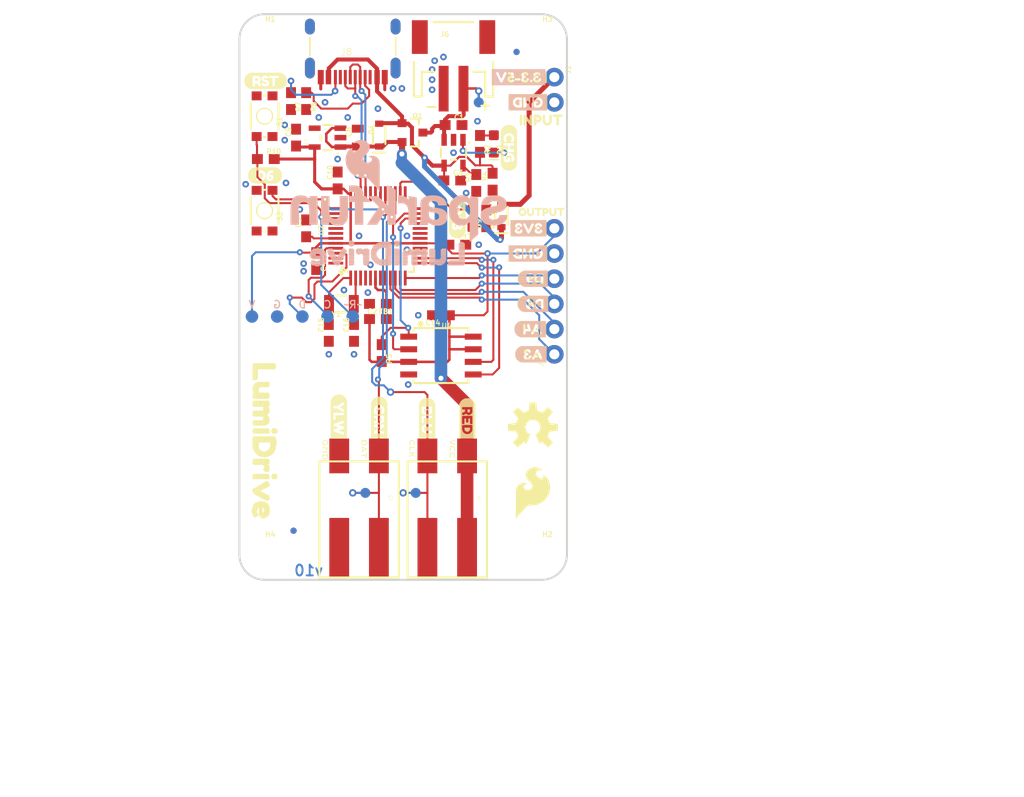
<source format=kicad_pcb>
(kicad_pcb (version 20211014) (generator pcbnew)
  (layers (0 "F.Cu" signal) (1 "In1.Cu" signal) (2 "In2.Cu" signal) (31 "B.Cu" signal) (34 "B.Paste" user) (35 "F.Paste" user) (36 "B.SilkS" user "B.Silkscreen") (37 "F.SilkS" user "F.Silkscreen") (38 "B.Mask" user) (39 "F.Mask" user) (44 "Edge.Cuts" user))
  (net 0 "")
  (net 1 "3.3V")
  (net 2 "GND")
  (net 3 "V_USB")
  (net 4 "VDDCORE")
  (net 5 "VDDANA")
  (net 6 "~{RESET}")
  (net 7 "USB_D+")
  (net 8 "USB_D-")
  (net 9 "D6_BTN")
  (net 10 "SWCLK")
  (net 11 "SWDIO")
  (net 12 "SPI_MISO")
  (net 13 "SPI_MOSI")
  (net 14 "SPI_SCK")
  (net 15 "D13_LED1")
  (net 16 "N$1")
  (net 17 "VIN")
  (net 18 "V_BATT")
  (net 19 "N$4")
  (net 20 "N$7")
  (net 21 "N$9")
  (net 22 "LED_MOSI")
  (net 23 "LED_SCK")
  (net 24 "5V")
  (net 25 "FLASH_CS")
  (net 26 "A3")
  (net 27 "A4")
  (net 28 "D8")
  (net 29 "D9")
  (net 30 "N$2")
  (net 31 "N$3")
  (net 32 "N$5")
  (net 33 "N$6")
  (net 34 "SHIELD")
  (footprint "boardEagle:0603" (layer "F.Cu") (at 139.7381 101.3841 -90)
    (fp_text reference "C4")
    (fp_text value "0.1uF")
  )
  (footprint "boardEagle:0603" (layer "F.Cu") (at 153.5811 87.6681)
    (fp_text reference "C1")
    (fp_text value "4.7uF")
  )
  (footprint "boardEagle:CREATIVE_COMMONS" (layer "F.Cu") (at 128.1811 152.5651)
    (fp_text reference "FRAME1" hide)
    (fp_text value "FRAME-LETTER" hide)
  )
  (footprint "boardEagle:STAND-OFF" (layer "F.Cu") (at 162.4711 130.9751)
    (fp_text reference "H2")
    (fp_text value "STAND-OFF")
  )
  (footprint "boardEagle:0805" (layer "F.Cu") (at 143.9291 88.9381 90)
    (fp_text reference "C8")
    (fp_text value "1.0uF")
  )
  (footprint "boardEagle:1X02_NO_SILK" (layer "F.Cu") (at 163.7411 82.8421 -90)
    (fp_text reference "J1")
    (fp_text value "")
  )
  (footprint "boardEagle:INPUT0" (layer "F.Cu") (at 159.2961 87.1601)
    (fp_text reference "U$9" hide)
    (fp_text value "" hide)
  )
  (footprint "boardEagle:BLU0" (layer "F.Cu") (at 150.9141 115.1001 -90)
    (fp_text reference "U$3" hide)
    (fp_text value "" hide)
  )
  (footprint "boardEagle:0603" (layer "F.Cu") (at 146.3421 110.6551 -90)
    (fp_text reference "R5")
    (fp_text value "10k")
  )
  (footprint "boardEagle:0603" (layer "F.Cu") (at 134.6581 91.0971)
    (fp_text reference "R10")
    (fp_text value "10k")
  )
  (footprint "boardEagle:0603" (layer "F.Cu") (at 157.5181 93.3831 90)
    (fp_text reference "R4")
    (fp_text value "10k")
  )
  (footprint "boardEagle:0603" (layer "F.Cu") (at 137.7061 88.9381 90)
    (fp_text reference "C9")
    (fp_text value "2.2uF")
  )
  (footprint "boardEagle:STAND-OFF" (layer "F.Cu") (at 134.5311 79.0321)
    (fp_text reference "H1")
    (fp_text value "STAND-OFF")
  )
  (footprint "boardEagle:D80" (layer "F.Cu") (at 159.9311 105.7021)
    (fp_text reference "U$22" hide)
    (fp_text value "" hide)
  )
  (footprint "boardEagle:SOT23-3" (layer "F.Cu") (at 149.3901 88.4301 -90)
    (fp_text reference "Q1")
    (fp_text value "2.5A/30V/105mΩ")
  )
  (footprint "boardEagle:0603" (layer "F.Cu") (at 137.1981 85.2551 -90)
    (fp_text reference "R7")
    (fp_text value "5.1k")
  )
  (footprint "boardEagle:SFE_LOGO_FLAME_.2" (layer "F.Cu") (at 161.5821 124.7521)
    (fp_text reference "U$28" hide)
    (fp_text value "" hide)
  )
  (footprint "boardEagle:STAND-OFF" (layer "F.Cu") (at 162.4711 79.0321)
    (fp_text reference "H3")
    (fp_text value "STAND-OFF")
  )
  (footprint "boardEagle:VCC3" (layer "F.Cu") (at 153.4541 118.9101 -90)
    (fp_text reference "U$16" hide)
    (fp_text value "" hide)
  )
  (footprint "boardEagle:OUTPUT0" (layer "F.Cu") (at 159.4231 96.4311)
    (fp_text reference "U$25" hide)
    (fp_text value "" hide)
  )
  (footprint "boardEagle:LED-0603" (layer "F.Cu") (at 155.4861 97.0661 -90)
    (fp_text reference "D9")
    (fp_text value "BLUE")
  )
  (footprint "boardEagle:SOT23-5" (layer "F.Cu") (at 140.8811 88.9381 90)
    (fp_text reference "U3")
    (fp_text value "3.3V")
  )
  (footprint "boardEagle:JST-2-SMD" (layer "F.Cu") (at 153.5811 80.3021)
    (fp_text reference "J6")
    (fp_text value "")
  )
  (footprint "boardEagle:0603" (layer "F.Cu") (at 141.0081 108.6231 90)
    (fp_text reference "C15")
    (fp_text value "15pF")
  )
  (footprint "boardEagle:0603" (layer "F.Cu") (at 155.8671 93.5101 90)
    (fp_text reference "R3")
    (fp_text value "2.0k")
  )
  (footprint "boardEagle:CLK1" (layer "F.Cu") (at 149.3901 118.9101 -90)
    (fp_text reference "U$13" hide)
    (fp_text value "" hide)
  )
  (footprint "boardEagle:LED-0603" (layer "F.Cu") (at 157.6451 89.5731 -90)
    (fp_text reference "D2")
    (fp_text value "Yellow")
  )
  (footprint "boardEagle:GND-04" (layer "F.Cu") (at 158.6611 100.6221)
    (fp_text reference "U$1" hide)
    (fp_text value "" hide)
  )
  (footprint "boardEagle:0603" (layer "F.Cu") (at 153.4541 93.2561)
    (fp_text reference "C3")
    (fp_text value "4.7uF")
  )
  (footprint "boardEagle:CHG0" (layer "F.Cu") (at 159.1691 87.5411 -90)
    (fp_text reference "U$17" hide)
    (fp_text value "" hide)
  )
  (footprint "boardEagle:LUMIDRIVE0" (layer "F.Cu") (at 134.5311 109.5121 -90)
    (fp_text reference "U$6" hide)
    (fp_text value "" hide)
  )
  (footprint "boardEagle:1X02_POKEHOME" (layer "F.Cu") (at 152.9461 126.2761 90)
    (fp_text reference "J4")
    (fp_text value "")
  )
  (footprint "boardEagle:GRN0" (layer "F.Cu") (at 146.0881 114.9731 -90)
    (fp_text reference "U$2" hide)
    (fp_text value "" hide)
  )
  (footprint "boardEagle:1X02_POKEHOME" (layer "F.Cu") (at 144.0561 126.2761 90)
    (fp_text reference "J3")
    (fp_text value "")
  )
  (footprint "boardEagle:0603" (layer "F.Cu") (at 156.2481 89.5731 -90)
    (fp_text reference "R2")
    (fp_text value "1k")
  )
  (footprint "boardEagle:0603" (layer "F.Cu") (at 145.9611 105.7021 180)
    (fp_text reference "C2")
    (fp_text value "0.1uF")
  )
  (footprint "boardEagle:SOD-323" (layer "F.Cu") (at 158.4071 96.8121 90)
    (fp_text reference "D3")
    (fp_text value "1A/23V/620mV")
  )
  (footprint "boardEagle:CRYSTAL-SMD-3.2X1.5MM" (layer "F.Cu") (at 142.2781 105.7021 180)
    (fp_text reference "Y1")
    (fp_text value "32.768kHz")
  )
  (footprint "boardEagle:3#3#5V0" (layer "F.Cu") (at 158.5341 82.8421)
    (fp_text reference "U$29" hide)
    (fp_text value "" hide)
  )
  (footprint "boardEagle:D60" (layer "F.Cu") (at 132.7531 92.7481)
    (fp_text reference "U$12" hide)
    (fp_text value "" hide)
  )
  (footprint "boardEagle:1X06_NO_SILK" (layer "F.Cu") (at 163.7411 110.7821 90)
    (fp_text reference "J5")
    (fp_text value "")
  )
  (footprint "boardEagle:0603" (layer "F.Cu") (at 152.3111 106.8451 180)
    (fp_text reference "C14")
    (fp_text value "0.1uF")
  )
  (footprint "boardEagle:RST0" (layer "F.Cu") (at 132.3721 83.2231)
    (fp_text reference "U$11" hide)
    (fp_text value "" hide)
  )
  (footprint "boardEagle:YLW0" (layer "F.Cu") (at 142.0241 114.7191 -90)
    (fp_text reference "U$4" hide)
    (fp_text value "" hide)
  )
  (footprint "boardEagle:DAT2" (layer "F.Cu") (at 144.5641 118.9101 -90)
    (fp_text reference "U$14" hide)
    (fp_text value "" hide)
  )
  (footprint "boardEagle:SOT23-5" (layer "F.Cu") (at 153.5811 90.4621 180)
    (fp_text reference "U1")
    (fp_text value "MCP73831")
  )
  (footprint "boardEagle:0603" (layer "F.Cu") (at 138.7221 85.2551 -90)
    (fp_text reference "R6")
    (fp_text value "5.1k")
  )
  (footprint "boardEagle:TACTILE_SWITCH_SMD_4.6X2.8MM" (layer "F.Cu") (at 134.5311 96.3041 -90)
    (fp_text reference "S2")
    (fp_text value "BTN2")
  )
  (footprint "boardEagle:TQFP-48" (layer "F.Cu") (at 145.9611 98.8441 90)
    (fp_text reference "U2")
    (fp_text value "ATSAMD21G-A")
  )
  (footprint "boardEagle:FIDUCIAL-MICRO" (layer "F.Cu") (at 137.4521 128.5621)
    (fp_text reference "FD2" hide)
    (fp_text value "FIDUCIALUFIDUCIAL" hide)
  )
  (footprint "boardEagle:0603" (layer "F.Cu") (at 153.9621 99.7331)
    (fp_text reference "C12")
    (fp_text value "0.1uF")
  )
  (footprint "boardEagle:0603" (layer "F.Cu") (at 145.9611 107.2261)
    (fp_text reference "FB1")
    (fp_text value "30Ω/1.8A" hide)
  )
  (footprint "boardEagle:0603" (layer "F.Cu") (at 138.7221 98.0821 90)
    (fp_text reference "C5")
    (fp_text value "0.1uF")
  )
  (footprint "boardEagle:TACTILE_SWITCH_SMD_4.6X2.8MM" (layer "F.Cu") (at 134.5311 86.7791 -90)
    (fp_text reference "S1")
    (fp_text value "RESET")
  )
  (footprint "boardEagle:SOIC-8" (layer "F.Cu") (at 152.3111 110.9091 -90)
    (fp_text reference "U4")
    (fp_text value "W25Q32FV")
  )
  (footprint "boardEagle:A40" (layer "F.Cu") (at 159.6771 108.2421)
    (fp_text reference "U$23" hide)
    (fp_text value "" hide)
  )
  (footprint "boardEagle:0603" (layer "F.Cu") (at 143.5481 108.6231 90)
    (fp_text reference "C16")
    (fp_text value "15pF")
  )
  (footprint "boardEagle:A30" (layer "F.Cu") (at 159.6771 110.7821)
    (fp_text reference "U$24" hide)
    (fp_text value "" hide)
  )
  (footprint "boardEagle:GND-04" (layer "F.Cu") (at 158.6611 85.3821)
    (fp_text reference "U$19" hide)
    (fp_text value "" hide)
  )
  (footprint "boardEagle:STAND-OFF" (layer "F.Cu") (at 134.5311 130.9751)
    (fp_text reference "H4")
    (fp_text value "STAND-OFF")
  )
  (footprint "boardEagle:USB-C-16P" (layer "F.Cu") (at 143.4211 82.8421 180)
    (fp_text reference "J8")
    (fp_text value "")
  )
  (footprint "boardEagle:D90" (layer "F.Cu") (at 159.9311 103.1621)
    (fp_text reference "U$21" hide)
    (fp_text value "" hide)
  )
  (footprint "boardEagle:GND0" (layer "F.Cu") (at 140.6271 118.9101 -90)
    (fp_text reference "U$15" hide)
    (fp_text value "" hide)
  )
  (footprint "boardEagle:FIDUCIAL-MICRO" (layer "F.Cu") (at 159.9311 80.3021)
    (fp_text reference "FD1" hide)
    (fp_text value "FIDUCIALUFIDUCIAL" hide)
  )
  (footprint "boardEagle:RED0" (layer "F.Cu") (at 154.9781 115.1001 -90)
    (fp_text reference "U$10" hide)
    (fp_text value "" hide)
  )
  (footprint "boardEagle:OSHW-LOGO-M" (layer "F.Cu") (at 161.5821 118.1481)
    (fp_text reference "LOGO1" hide)
    (fp_text value "OSHW-LOGOM" hide)
  )
  (footprint "boardEagle:SOD-323" (layer "F.Cu") (at 146.0881 88.6841 90)
    (fp_text reference "D1")
    (fp_text value "1A/23V/620mV")
  )
  (footprint "boardEagle:0603" (layer "F.Cu") (at 156.8831 97.0661 -90)
    (fp_text reference "R1")
    (fp_text value "1k")
  )
  (footprint "boardEagle:0603" (layer "F.Cu") (at 141.8971 93.2561 90)
    (fp_text reference "C10")
    (fp_text value "0.1uF")
  )
  (footprint "boardEagle:3V3-04" (layer "F.Cu") (at 158.7881 98.0821)
    (fp_text reference "U$20" hide)
    (fp_text value "" hide)
  )
  (footprint "boardEagle:D130" (layer "F.Cu") (at 153.9621 94.9071 -90)
    (fp_text reference "U$18" hide)
    (fp_text value "" hide)
  )
  (footprint "boardEagle:GND-04" (layer "B.Cu") (at 163.4871 85.3821 180)
    (fp_text reference "U$26" hide)
    (fp_text value "" hide)
  )
  (footprint "boardEagle:PAD.03X.05" (layer "B.Cu") (at 133.2611 106.9721 180)
    (fp_text reference "TP4" hide)
    (fp_text value "TP-3.3V" hide)
  )
  (footprint "boardEagle:FIDUCIAL-MICRO" (layer "B.Cu") (at 137.4521 128.5621 180)
    (fp_text reference "FD4" hide)
    (fp_text value "FIDUCIALUFIDUCIAL" hide)
  )
  (footprint "boardEagle:PAD.03X.05" (layer "B.Cu") (at 140.8811 106.9721 180)
    (fp_text reference "TP2" hide)
    (fp_text value "TP-SWCLK" hide)
  )
  (footprint "boardEagle:PAD.03X.04" (layer "B.Cu") (at 149.7711 124.7521 180)
    (fp_text reference "TP8" hide)
    (fp_text value "TEST-POINT3X4" hide)
  )
  (footprint "boardEagle:D80" (layer "B.Cu") (at 163.6141 105.7021 180)
    (fp_text reference "U$39" hide)
    (fp_text value "" hide)
  )
  (footprint "boardEagle:FIDUCIAL-MICRO" (layer "B.Cu") (at 159.9311 80.3021 180)
    (fp_text reference "FD3" hide)
    (fp_text value "FIDUCIALUFIDUCIAL" hide)
  )
  (footprint "boardEagle:GND-04" (layer "B.Cu") (at 163.4871 100.6221 180)
    (fp_text reference "U$5" hide)
    (fp_text value "" hide)
  )
  (footprint "boardEagle:PAD.03X.05" (layer "B.Cu") (at 135.8011 106.9721 180)
    (fp_text reference "TP5" hide)
    (fp_text value "TP-GND" hide)
  )
  (footprint "boardEagle:A40" (layer "B.Cu") (at 163.3601 108.2421 180)
    (fp_text reference "U$38" hide)
    (fp_text value "" hide)
  )
  (footprint "boardEagle:SFE_LOGO_NAME_FLAME_.2" (layer "B.Cu") (at 147.9931 96.5581 180)
    (fp_text reference "LOGO3" hide)
    (fp_text value "SFE_LOGO_NAME_FLAME.2_INCH" hide)
  )
  (footprint "boardEagle:PAD.03X.04" (layer "B.Cu") (at 156.1211 85.3821 180)
    (fp_text reference "TP6" hide)
    (fp_text value "TEST-POINT3X4" hide)
  )
  (footprint "boardEagle:PAD.03X.04" (layer "B.Cu") (at 144.6911 124.7521 180)
    (fp_text reference "TP7" hide)
    (fp_text value "TEST-POINT3X4" hide)
  )
  (footprint "boardEagle:3V3-04" (layer "B.Cu") (at 163.4871 98.0821 180)
    (fp_text reference "U$27" hide)
    (fp_text value "" hide)
  )
  (footprint "boardEagle:PAD.03X.05" (layer "B.Cu") (at 138.3411 106.9721 180)
    (fp_text reference "TP1" hide)
    (fp_text value "TP-SWDIO" hide)
  )
  (footprint "boardEagle:3#3#5V0" (layer "B.Cu") (at 163.3601 82.8421 180)
    (fp_text reference "U$8" hide)
    (fp_text value "" hide)
  )
  (footprint "boardEagle:A30" (layer "B.Cu") (at 163.4871 110.7821 180)
    (fp_text reference "U$37" hide)
    (fp_text value "" hide)
  )
  (footprint "boardEagle:LUMIDRIVE0" (layer "B.Cu") (at 156.8831 100.6221 180)
    (fp_text reference "U$41" hide)
    (fp_text value "" hide)
  )
  (footprint "boardEagle:PAD.03X.05" (layer "B.Cu") (at 143.4211 106.9721 180)
    (fp_text reference "TP3" hide)
    (fp_text value "TP-!RESET!" hide)
  )
  (footprint "boardEagle:D90" (layer "B.Cu") (at 163.6141 103.1621 180)
    (fp_text reference "U$40" hide)
    (fp_text value "" hide)
  )
  (gr_arc (start 162.4711 76.4921) (mid 164.267151 77.236049) (end 165.0111 79.0321) (layer "Edge.Cuts") (width 0.2032))
  (gr_arc (start 131.9911 79.0321) (mid 132.735049 77.236049) (end 134.5311 76.4921) (layer "Edge.Cuts") (width 0.2032))
  (gr_line (start 162.4711 133.5151) (end 134.5311 133.5151) (layer "Edge.Cuts") (width 0.2032))
  (gr_line (start 165.0111 79.0321) (end 165.0111 130.9751) (layer "Edge.Cuts") (width 0.2032))
  (gr_arc (start 134.5311 133.5151) (mid 132.735049 132.771151) (end 131.9911 130.9751) (layer "Edge.Cuts") (width 0.2032))
  (gr_line (start 131.9911 130.9751) (end 131.9911 79.0321) (layer "Edge.Cuts") (width 0.2032))
  (gr_line (start 134.5311 76.4921) (end 162.4711 76.4921) (layer "Edge.Cuts") (width 0.2032))
  (gr_arc (start 165.0111 130.9751) (mid 164.267151 132.771151) (end 162.4711 133.5151) (layer "Edge.Cuts") (width 0.2032))
  (gr_text "v10" (at 138.9761 133.2103) (layer "B.Cu") (effects (font (size 1.0795 1.0795) (thickness 0.1905)) (justify bottom mirror)))
  (gr_text "D" (at 138.3411 106.2101) (layer "B.SilkS") (effects (font (size 0.75565 0.75565) (thickness 0.13335)) (justify bottom mirror)))
  (gr_text "G" (at 135.8011 106.2101) (layer "B.SilkS") (effects (font (size 0.75565 0.75565) (thickness 0.13335)) (justify bottom mirror)))
  (gr_text "C" (at 140.8811 106.2101) (layer "B.SilkS") (effects (font (size 0.75565 0.75565) (thickness 0.13335)) (justify bottom mirror)))
  (gr_text "V" (at 133.2611 106.2101) (layer "B.SilkS") (effects (font (size 0.75565 0.75565) (thickness 0.13335)) (justify bottom mirror)))
  (gr_text "~R~" (at 143.4211 106.2101) (layer "B.SilkS") (effects (font (size 0.75565 0.75565) (thickness 0.13335)) (justify bottom mirror)))
  (gr_text "-" (at 150.5331 86.3981) (layer "F.SilkS") (effects (font (size 1.0795 1.0795) (thickness 0.1905)) (justify left bottom)))
  (gr_text "+" (at 155.9941 86.2711) (layer "F.SilkS") (effects (font (size 1.0795 1.0795) (thickness 0.1905)) (justify left bottom)))
  (segment (start 142.9811 94.5941) (end 142.4931 94.1061) (width 0.254) (layer "F.Cu") (net 1))
  (segment (start 140.285103 94.1061) (end 141.8971 94.1061) (width 0.3048) (layer "F.Cu") (net 1))
  (segment (start 153.1611 109.0041) (end 153.1611 110.2741) (width 0.254) (layer "F.Cu") (net 1))
  (segment (start 139.7381 100.5341) (end 138.126103 100.5341) (width 0.2032) (layer "F.Cu") (net 1))
  (segment (start 139.738103 99.987097) (end 140.1311 99.5941) (width 0.254) (layer "F.Cu") (net 1))
  (segment (start 140.1311 99.5941) (end 141.7111 99.5941) (width 0.254) (layer "F.Cu") (net 1))
  (segment (start 153.1611 106.8451) (end 156.6291 106.8451) (width 0.2032) (layer "F.Cu") (net 1))
  (segment (start 153.1611 106.8451) (end 153.1611 109.0041) (width 0.254) (layer "F.Cu") (net 1))
  (segment (start 139.581 93.402) (end 140.2851 94.1061) (width 0.3048) (layer "F.Cu") (net 1))
  (segment (start 143.2111 94.5941) (end 142.9811 94.5941) (width 0.254) (layer "F.Cu") (net 1))
  (segment (start 153.1121 99.7331) (end 153.1121 100.2801) (width 0.2032) (layer "F.Cu") (net 1))
  (segment (start 135.5081 91.0971) (end 139.581 91.0971) (width 0.3048) (layer "F.Cu") (net 1))
  (segment (start 139.581 93.402) (end 140.285103 94.1061) (width 0.3048) (layer "F.Cu") (net 1))
  (segment (start 157.0101 106.4641) (end 157.0101 100.6221) (width 0.2032) (layer "F.Cu") (net 1))
  (segment (start 139.581 89.8881) (end 138.1481 89.8881) (width 0.3048) (layer "F.Cu") (net 1))
  (segment (start 145.1111 111.3291) (end 145.1111 107.2261) (width 0.254) (layer "F.Cu") (net 1))
  (segment (start 143.2111 99.5501) (end 143.1671 99.5941) (width 0.2032) (layer "F.Cu") (net 1))
  (segment (start 152.9731 99.5941) (end 150.2111 99.5941) (width 0.2032) (layer "F.Cu") (net 1))
  (segment (start 149.0599 111.5441) (end 146.3031 111.5441) (width 0.254) (layer "F.Cu") (net 1))
  (segment (start 143.1671 99.5941) (end 150.2111 99.5941) (width 0.254) (layer "F.Cu") (net 1))
  (segment (start 139.7381 100.5341) (end 139.738103 99.987097) (width 0.254) (layer "F.Cu") (net 1))
  (segment (start 153.1611 111.3291) (end 152.9461 111.5441) (width 0.254) (layer "F.Cu") (net 1))
  (segment (start 153.4541 100.6221) (end 157.0101 100.6221) (width 0.2032) (layer "F.Cu") (net 1))
  (segment (start 139.581 91.0971) (end 139.581 93.402) (width 0.3048) (layer "F.Cu") (net 1))
  (segment (start 137.7061 89.7881) (end 137.8771 89.6171) (width 0.254) (layer "F.Cu") (net 1))
  (segment (start 153.1121 100.2801) (end 153.4541 100.6221) (width 0.2032) (layer "F.Cu") (net 1))
  (segment (start 153.1611 110.2741) (end 153.1611 111.3291) (width 0.254) (layer "F.Cu") (net 1))
  (segment (start 138.1481 89.8881) (end 137.8771 89.6171) (width 0.3048) (layer "F.Cu") (net 1))
  (segment (start 138.126103 100.5341) (end 138.0871 100.4951) (width 0.2032) (layer "F.Cu") (net 1))
  (segment (start 145.3261 111.5441) (end 145.1111 111.3291) (width 0.254) (layer "F.Cu") (net 1))
  (segment (start 140.2851 94.1061) (end 141.897096 94.1061) (width 0.3048) (layer "F.Cu") (net 1))
  (segment (start 141.7111 99.5941) (end 143.1671 99.5941) (width 0.254) (layer "F.Cu") (net 1))
  (segment (start 143.2111 94.5941) (end 143.2111 99.5501) (width 0.254) (layer "F.Cu") (net 1))
  (segment (start 145.3261 111.5441) (end 146.3031 111.5441) (width 0.254) (layer "F.Cu") (net 1))
  (segment (start 139.581 89.8881) (end 139.581 91.0971) (width 0.3048) (layer "F.Cu") (net 1))
  (segment (start 146.3031 111.5441) (end 146.3421 111.5051) (width 0.254) (layer "F.Cu") (net 1))
  (segment (start 152.9461 111.5441) (end 149.0599 111.5441) (width 0.254) (layer "F.Cu") (net 1))
  (segment (start 155.5623 109.0041) (end 153.1611 109.0041) (width 0.254) (layer "F.Cu") (net 1))
  (segment (start 156.6291 106.8451) (end 157.0101 106.4641) (width 0.2032) (layer "F.Cu") (net 1))
  (segment (start 153.1121 99.7331) (end 152.9731 99.5941) (width 0.2032) (layer "F.Cu") (net 1))
  (segment (start 155.5623 110.2741) (end 153.1611 110.2741) (width 0.254) (layer "F.Cu") (net 1))
  (segment (start 142.4931 94.1061) (end 141.8971 94.1061) (width 0.254) (layer "F.Cu") (net 1))
  (via (at 157.0101 100.6221) (size 0.6604) (drill 0.3048) (layers "F.Cu" "B.Cu") (net 1))
  (via (at 138.0871 100.4951) (size 0.6096) (drill 0.254) (layers "F.Cu" "B.Cu") (net 1))
  (segment (start 163.7411 98.0821) (end 163.7411 98.8441) (width 0.2032) (layer "B.Cu") (net 1))
  (segment (start 138.0871 100.4951) (end 133.6421 100.4951) (width 0.2032) (layer "B.Cu") (net 1))
  (segment (start 163.7411 98.8441) (end 161.9631 100.6221) (width 0.2032) (layer "B.Cu") (net 1))
  (segment (start 161.9631 100.6221) (end 157.0101 100.6221) (width 0.2032) (layer "B.Cu") (net 1))
  (segment (start 133.2611 100.8761) (end 133.2611 106.9721) (width 0.2032) (layer "B.Cu") (net 1))
  (segment (start 133.6421 100.4951) (end 133.2611 100.8761) (width 0.2032) (layer "B.Cu") (net 1))
  (segment (start 140.1961 82.8421) (end 140.1961 84.0351) (width 0.3048) (layer "F.Cu") (net 2))
  (segment (start 146.6461 82.8421) (end 146.6461 84.1121) (width 0.3048) (layer "F.Cu") (net 2))
  (via (at 138.0871 96.1771) (size 0.6604) (drill 0.3048) (layers "F.Cu" "B.Cu") (net 2))
  (via (at 149.0091 113.8301) (size 0.6604) (drill 0.3048) (layers "F.Cu" "B.Cu") (net 2))
  (via (at 145.9611 86.0171) (size 0.6604) (drill 0.3048) (layers "F.Cu" "B.Cu") (net 2))
  (via (at 151.4221 82.0801) (size 0.6604) (drill 0.3048) (layers "F.Cu" "B.Cu") (net 2))
  (via (at 139.9921 86.9061) (size 0.6604) (drill 0.3048) (layers "F.Cu" "B.Cu") (net 2))
  (via (at 148.8821 100.2411) (size 0.6604) (drill 0.3048) (layers "F.Cu" "B.Cu") (net 2))
  (via (at 151.4221 83.0961) (size 0.6604) (drill 0.3048) (layers "F.Cu" "B.Cu") (net 2))
  (via (at 141.0081 110.7821) (size 0.6604) (drill 0.3048) (layers "F.Cu" "B.Cu") (net 2))
  (via (at 142.5321 104.3051) (size 0.6604) (drill 0.3048) (layers "F.Cu" "B.Cu") (net 2))
  (via (at 150.0251 106.8451) (size 0.6604) (drill 0.3048) (layers "F.Cu" "B.Cu") (net 2))
  (via (at 148.3741 83.9851) (size 0.6604) (drill 0.3048) (layers "F.Cu" "B.Cu") (net 2))
  (via (at 138.4681 102.4001) (size 0.6604) (drill 0.3048) (layers "F.Cu" "B.Cu") (net 2))
  (via (at 144.9451 104.5591) (size 0.6604) (drill 0.3048) (layers "F.Cu" "B.Cu") (net 2))
  (via (at 155.9941 87.2871) (size 0.6604) (drill 0.3048) (layers "F.Cu" "B.Cu") (net 2))
  (via (at 136.5631 87.6681) (size 0.6604) (drill 0.3048) (layers "F.Cu" "B.Cu") (net 2))
  (via (at 147.4851 83.9851) (size 0.6604) (drill 0.3048) (layers "F.Cu" "B.Cu") (net 2))
  (via (at 138.4681 101.6381) (size 0.6604) (drill 0.3048) (layers "F.Cu" "B.Cu") (net 2))
  (via (at 141.8971 91.0971) (size 0.6604) (drill 0.3048) (layers "F.Cu" "B.Cu") (net 2))
  (via (at 140.6271 85.3821) (size 0.6604) (drill 0.3048) (layers "F.Cu" "B.Cu") (net 2))
  (via (at 145.1991 101.7651) (size 0.6604) (drill 0.3048) (layers "F.Cu" "B.Cu") (net 2))
  (via (at 144.0561 98.8441) (size 0.6604) (drill 0.3048) (layers "F.Cu" "B.Cu") (net 2))
  (via (at 154.8511 94.5261) (size 0.6604) (drill 0.3048) (layers "F.Cu" "B.Cu") (net 2))
  (via (at 132.6261 93.6371) (size 0.6604) (drill 0.3048) (layers "F.Cu" "B.Cu") (net 2))
  (via (at 151.6761 81.1911) (size 0.6604) (drill 0.3048) (layers "F.Cu" "B.Cu") (net 2))
  (via (at 153.5811 90.4621) (size 0.6604) (drill 0.3048) (layers "F.Cu" "B.Cu") (net 2))
  (via (at 148.8821 98.8441) (size 0.6604) (drill 0.3048) (layers "F.Cu" "B.Cu") (net 2))
  (via (at 151.4221 84.1121) (size 0.6604) (drill 0.3048) (layers "F.Cu" "B.Cu") (net 2))
  (via (at 136.6901 93.5101) (size 0.6604) (drill 0.3048) (layers "F.Cu" "B.Cu") (net 2))
  (via (at 143.5481 110.7821) (size 0.6604) (drill 0.3048) (layers "F.Cu" "B.Cu") (net 2))
  (via (at 156.1211 99.7331) (size 0.6604) (drill 0.3048) (layers "F.Cu" "B.Cu") (net 2))
  (via (at 136.5631 89.1921) (size 0.6604) (drill 0.3048) (layers "F.Cu" "B.Cu") (net 2))
  (via (at 152.5651 80.8101) (size 0.6604) (drill 0.3048) (layers "F.Cu" "B.Cu") (net 2))
  (via (at 142.9131 86.9061) (size 0.6604) (drill 0.3048) (layers "F.Cu" "B.Cu") (net 2))
  (segment (start 144.9451 81.0641) (end 141.8971 81.0641) (width 0.4064) (layer "F.Cu") (net 3))
  (segment (start 150.6601 90.9701) (end 149.3901 89.7001) (width 0.4064) (layer "F.Cu") (net 3))
  (segment (start 151.4522 91.7622) (end 150.660103 90.970104) (width 0.4064) (layer "F.Cu") (net 3))
  (segment (start 152.6311 93.2291) (end 152.6041 93.2561) (width 0.2032) (layer "F.Cu") (net 3))
  (segment (start 145.8711 84.2761) (end 145.8711 82.8421) (width 0.4064) (layer "F.Cu") (net 3))
  (segment (start 152.6311 91.7622) (end 151.4522 91.7622) (width 0.4064) (layer "F.Cu") (net 3))
  (segment (start 152.6311 91.7622) (end 153.260968 91.7622) (width 0.2032) (layer "F.Cu") (net 3))
  (segment (start 154.921828 90.8828) (end 155.771131 91.7321) (width 0.2032) (layer "F.Cu") (net 3))
  (segment (start 157.5181 92.5331) (end 157.5181 91.8591) (width 0.2032) (layer "F.Cu") (net 3))
  (segment (start 149.3901 89.7001) (end 149.3901 87.9221) (width 0.4064) (layer "F.Cu") (net 3))
  (segment (start 153.260968 91.7622) (end 154.140368 90.8828) (width 0.2032) (layer "F.Cu") (net 3))
  (segment (start 149.0091 87.5411) (end 148.4511 87.5411) (width 0.4064) (layer "F.Cu") (net 3))
  (segment (start 154.140371 90.8828) (end 154.921831 90.8828) (width 0.2032) (layer "F.Cu") (net 3))
  (segment (start 156.2481 91.7321) (end 156.2481 90.4231) (width 0.2032) (layer "F.Cu") (net 3))
  (segment (start 149.3901 87.9221) (end 149.0091 87.5411) (width 0.4064) (layer "F.Cu") (net 3))
  (segment (start 152.6311 91.7622) (end 151.452196 91.762197) (width 0.4064) (layer "F.Cu") (net 3))
  (segment (start 154.921831 90.8828) (end 155.771131 91.7321) (width 0.2032) (layer "F.Cu") (net 3))
  (segment (start 154.140368 90.8828) (end 154.921828 90.8828) (width 0.2032) (layer "F.Cu") (net 3))
  (segment (start 157.3911 91.7321) (end 156.2481 91.7321) (width 0.2032) (layer "F.Cu") (net 3))
  (segment (start 141.0081 82.8051) (end 141.0081 81.9531) (width 0.4064) (layer "F.Cu") (net 3))
  (segment (start 155.771131 91.7321) (end 156.2481 91.7321) (width 0.2032) (layer "F.Cu") (net 3))
  (segment (start 153.260968 91.7622) (end 154.140371 90.8828) (width 0.2032) (layer "F.Cu") (net 3))
  (segment (start 141.0081 81.9531) (end 141.8971 81.0641) (width 0.4064) (layer "F.Cu") (net 3))
  (segment (start 145.8711 82.8421) (end 145.8711 81.9901) (width 0.4064) (layer "F.Cu") (net 3))
  (segment (start 158.4071 99.0981) (end 158.2801 99.2251) (width 0.508) (layer "F.Cu") (net 3))
  (segment (start 157.5181 91.8591) (end 157.3911 91.7321) (width 0.2032) (layer "F.Cu") (net 3))
  (segment (start 150.660103 90.970104) (end 149.3901 89.7001) (width 0.4064) (layer "F.Cu") (net 3))
  (segment (start 145.8711 81.9901) (end 144.9451 81.0641) (width 0.4064) (layer "F.Cu") (net 3))
  (segment (start 140.9711 82.8421) (end 141.0081 82.8051) (width 0.4064) (layer "F.Cu") (net 3))
  (segment (start 148.3901 86.7951) (end 145.8711 84.2761) (width 0.4064) (layer "F.Cu") (net 3))
  (segment (start 151.452196 91.762197) (end 150.6601 90.9701) (width 0.4064) (layer "F.Cu") (net 3))
  (segment (start 148.4511 87.5411) (end 148.3901 87.4801) (width 0.4064) (layer "F.Cu") (net 3))
  (segment (start 146.0881 87.5341) (end 146.1421 87.4801) (width 0.4064) (layer "F.Cu") (net 3))
  (segment (start 158.4071 97.9621) (end 158.4071 99.0981) (width 0.508) (layer "F.Cu") (net 3))
  (segment (start 146.1421 87.4801) (end 148.3901 87.4801) (width 0.4064) (layer "F.Cu") (net 3))
  (segment (start 152.6311 91.7622) (end 152.6311 93.2291) (width 0.2032) (layer "F.Cu") (net 3))
  (segment (start 148.3901 87.4801) (end 148.3901 86.7951) (width 0.4064) (layer "F.Cu") (net 3))
  (via (at 158.2801 99.2251) (size 0.6604) (drill 0.3048) (layers "F.Cu" "B.Cu") (net 3))
  (via (at 150.6601 90.9701) (size 0.6604) (drill 0.3048) (layers "F.Cu" "B.Cu") (net 3))
  (segment (start 158.0261 99.2251) (end 150.6601 91.8591) (width 0.508) (layer "B.Cu") (net 3))
  (segment (start 158.2801 99.2251) (end 158.0261 99.2251) (width 0.508) (layer "B.Cu") (net 3))
  (segment (start 150.6601 91.8591) (end 150.6601 90.9701) (width 0.508) (layer "B.Cu") (net 3))
  (segment (start 139.3181 98.9321) (end 139.3571 98.9711) (width 0.2032) (layer "F.Cu") (net 4))
  (segment (start 141.7111 99.0941) (end 139.4801 99.0941) (width 0.2032) (layer "F.Cu") (net 4))
  (segment (start 139.4801 99.0941) (end 139.3571 98.9711) (width 0.2032) (layer "F.Cu") (net 4))
  (segment (start 138.7221 98.9321) (end 139.3181 98.9321) (width 0.2032) (layer "F.Cu") (net 4))
  (segment (start 145.7111 104.0551) (end 145.7111 103.0941) (width 0.254) (layer "F.Cu") (net 5))
  (segment (start 146.5961 104.3051) (end 145.9611 104.3051) (width 0.254) (layer "F.Cu") (net 5))
  (segment (start 146.8111 105.7021) (end 146.8111 104.5201) (width 0.254) (layer "F.Cu") (net 5))
  (segment (start 145.9611 104.3051) (end 145.7111 104.0551) (width 0.254) (layer "F.Cu") (net 5))
  (segment (start 146.8111 104.5201) (end 146.5961 104.3051) (width 0.254) (layer "F.Cu") (net 5))
  (segment (start 146.8111 105.7021) (end 146.8111 107.2261) (width 0.254) (layer "F.Cu") (net 5))
  (segment (start 140.2461 96.9391) (end 140.2461 96.3041) (width 0.2032) (layer "F.Cu") (net 6))
  (segment (start 139.4841 95.5421) (end 135.0391 95.5421) (width 0.2032) (layer "F.Cu") (net 6))
  (segment (start 134.5517 95.0547) (end 134.5517 93.657704) (width 0.2032) (layer "F.Cu") (net 6))
  (segment (start 134.5517 93.657704) (end 133.8081 92.9141) (width 0.2032) (layer "F.Cu") (net 6))
  (segment (start 133.7691 89.7001) (end 133.7691 91.0581) (width 0.2032) (layer "F.Cu") (net 6))
  (segment (start 133.8081 92.9141) (end 133.8081 91.0971) (width 0.2032) (layer "F.Cu") (net 6))
  (segment (start 140.9011 97.5941) (end 140.2461 96.9391) (width 0.2032) (layer "F.Cu") (net 6))
  (segment (start 133.7311 89.6621) (end 133.7691 89.7001) (width 0.2032) (layer "F.Cu") (net 6))
  (segment (start 133.8081 91.0971) (end 133.7691 91.0581) (width 0.2032) (layer "F.Cu") (net 6))
  (segment (start 141.7111 97.5941) (end 140.9011 97.5941) (width 0.2032) (layer "F.Cu") (net 6))
  (segment (start 133.7311 88.8291) (end 133.7311 89.6621) (width 0.2032) (layer "F.Cu") (net 6))
  (segment (start 140.2461 96.3041) (end 139.4841 95.5421) (width 0.2032) (layer "F.Cu") (net 6))
  (segment (start 135.0391 95.5421) (end 134.5517 95.0547) (width 0.2032) (layer "F.Cu") (net 6))
  (via (at 140.2461 96.9391) (size 0.6096) (drill 0.254) (layers "F.Cu" "B.Cu") (net 6))
  (segment (start 140.2461 103.7971) (end 143.4211 106.9721) (width 0.2032) (layer "B.Cu") (net 6))
  (segment (start 140.2461 96.9391) (end 140.2461 103.7971) (width 0.2032) (layer "B.Cu") (net 6))
  (segment (start 144.2111 93.094291) (end 144.1069 92.990088) (width 0.2032) (layer "F.Cu") (net 7))
  (segment (start 144.2111 94.594097) (end 144.2111 93.094291) (width 0.2032) (layer "F.Cu") (net 7))
  (segment (start 144.1069 92.990088) (end 144.1069 92.9513) (width 0.2032) (layer "F.Cu") (net 7))
  (segment (start 143.6711 84.7431) (end 143.6751 84.7471) (width 0.2032) (layer "F.Cu") (net 7))
  (segment (start 144.1069 92.9513) (end 143.9037 92.7481) (width 0.2032) (layer "F.Cu") (net 7))
  (segment (start 142.9131 83.9851) (end 143.6711 83.9851) (width 0.2032) (layer "F.Cu") (net 7))
  (segment (start 142.6711 83.7431) (end 142.9131 83.9851) (width 0.2032) (layer "F.Cu") (net 7))
  (segment (start 143.6711 83.9851) (end 143.6711 84.7431) (width 0.2032) (layer "F.Cu") (net 7))
  (segment (start 142.6711 82.8421) (end 142.6711 83.7431) (width 0.2032) (layer "F.Cu") (net 7))
  (segment (start 143.6711 82.8421) (end 143.6711 83.9851) (width 0.2032) (layer "F.Cu") (net 7))
  (via (at 143.6751 84.7471) (size 0.6096) (drill 0.254) (layers "F.Cu" "B.Cu") (net 7))
  (via (at 143.9037 92.7481) (size 0.6096) (drill 0.254) (layers "F.Cu" "B.Cu") (net 7))
  (segment (start 144.3101 85.192288) (end 144.3101 92.302913) (width 0.2032) (layer "B.Cu") (net 7))
  (segment (start 143.6751 84.7471) (end 143.864912 84.7471) (width 0.2032) (layer "B.Cu") (net 7))
  (segment (start 144.1069 92.5449) (end 143.9037 92.7481) (width 0.2032) (layer "B.Cu") (net 7))
  (segment (start 144.1069 92.506113) (end 144.1069 92.5449) (width 0.2032) (layer "B.Cu") (net 7))
  (segment (start 144.3101 92.302913) (end 144.1069 92.506113) (width 0.2032) (layer "B.Cu") (net 7))
  (segment (start 144.3101 85.192288) (end 143.864912 84.7471) (width 0.2032) (layer "B.Cu") (net 7))
  (segment (start 144.1711 84.1001) (end 144.3101 84.2391) (width 0.2032) (layer "F.Cu") (net 8))
  (segment (start 143.1711 82.8421) (end 143.1711 81.8221) (width 0.2032) (layer "F.Cu") (net 8))
  (segment (start 144.1711 81.8141) (end 143.9291 81.5721) (width 0.2032) (layer "F.Cu") (net 8))
  (segment (start 144.1711 82.8421) (end 144.1711 84.1001) (width 0.2032) (layer "F.Cu") (net 8))
  (segment (start 144.7111 94.5941) (end 144.7111 92.7681) (width 0.2032) (layer "F.Cu") (net 8))
  (segment (start 143.9291 81.5721) (end 143.4211 81.5721) (width 0.2032) (layer "F.Cu") (net 8))
  (segment (start 144.1711 82.8421) (end 144.1711 81.8141) (width 0.2032) (layer "F.Cu") (net 8))
  (segment (start 143.1711 81.8221) (end 143.4211 81.5721) (width 0.2032) (layer "F.Cu") (net 8))
  (segment (start 144.7111 92.7681) (end 144.6911 92.7481) (width 0.2032) (layer "F.Cu") (net 8))
  (via (at 144.6911 92.7481) (size 0.6096) (drill 0.254) (layers "F.Cu" "B.Cu") (net 8))
  (via (at 144.3101 84.2391) (size 0.6096) (drill 0.254) (layers "F.Cu" "B.Cu") (net 8))
  (segment (start 144.3101 84.2391) (end 144.6911 84.6201) (width 0.2032) (layer "B.Cu") (net 8))
  (segment (start 144.6911 84.6201) (end 144.6911 92.7481) (width 0.2032) (layer "B.Cu") (net 8))
  (segment (start 146.7111 95.9351) (end 146.4691 96.1771) (width 0.2032) (layer "F.Cu") (net 9))
  (segment (start 135.3311 94.2541) (end 135.331103 94.818104) (width 0.2032) (layer "F.Cu") (net 9))
  (segment (start 135.6741 95.1611) (end 140.6271 95.1611) (width 0.2032) (layer "F.Cu") (net 9))
  (segment (start 146.7111 94.5941) (end 146.7111 95.9351) (width 0.2032) (layer "F.Cu") (net 9))
  (segment (start 135.331103 94.818104) (end 135.6741 95.1611) (width 0.2032) (layer "F.Cu") (net 9))
  (via (at 140.6271 95.1611) (size 0.6096) (drill 0.254) (layers "F.Cu" "B.Cu") (net 9))
  (via (at 146.4691 96.1771) (size 0.6096) (drill 0.254) (layers "F.Cu" "B.Cu") (net 9))
  (segment (start 140.6271 95.5421) (end 140.6271 95.1611) (width 0.2032) (layer "B.Cu") (net 9))
  (segment (start 146.4691 96.1771) (end 141.2621 96.1771) (width 0.2032) (layer "B.Cu") (net 9))
  (segment (start 141.2621 96.1771) (end 140.6271 95.5421) (width 0.2032) (layer "B.Cu") (net 9))
  (segment (start 141.7111 100.0941) (end 140.7741 100.0941) (width 0.2032) (layer "F.Cu") (net 10))
  (segment (start 140.353831 103.0635) (end 139.2017 103.0635) (width 0.2032) (layer "F.Cu") (net 10))
  (segment (start 140.7741 100.0941) (end 140.6271 100.2411) (width 0.2032) (layer "F.Cu") (net 10))
  (segment (start 140.6271 100.2411) (end 140.6271 102.790232) (width 0.2032) (layer "F.Cu") (net 10))
  (segment (start 138.9761 103.2891) (end 138.9761 104.9401) (width 0.2032) (layer "F.Cu") (net 10))
  (segment (start 139.2017 103.0635) (end 138.9761 103.2891) (width 0.2032) (layer "F.Cu") (net 10))
  (segment (start 140.6271 102.790232) (end 140.353831 103.0635) (width 0.2032) (layer "F.Cu") (net 10))
  (via (at 138.9761 104.9401) (size 0.6096) (drill 0.254) (layers "F.Cu" "B.Cu") (net 10))
  (segment (start 138.9761 104.9401) (end 140.8811 106.8451) (width 0.2032) (layer "B.Cu") (net 10))
  (segment (start 140.8811 106.8451) (end 140.8811 106.9721) (width 0.2032) (layer "B.Cu") (net 10))
  (segment (start 138.276912 105.0671) (end 137.0711 105.0671) (width 0.2032) (layer "F.Cu") (net 11))
  (segment (start 139.218087 105.5243) (end 138.734112 105.5243) (width 0.2032) (layer "F.Cu") (net 11))
  (segment (start 142.7861 102.0191) (end 141.3607 103.4445) (width 0.2032) (layer "F.Cu") (net 11))
  (segment (start 139.5603 103.7493) (end 139.5603 105.182088) (width 0.2032) (layer "F.Cu") (net 11))
  (segment (start 142.7861 100.7491) (end 142.7861 102.0191) (width 0.2032) (layer "F.Cu") (net 11))
  (segment (start 139.5603 105.182088) (end 139.218087 105.5243) (width 0.2032) (layer "F.Cu") (net 11))
  (segment (start 138.734112 105.5243) (end 138.276912 105.0671) (width 0.2032) (layer "F.Cu") (net 11))
  (segment (start 142.6311 100.5941) (end 142.7861 100.7491) (width 0.2032) (layer "F.Cu") (net 11))
  (segment (start 139.8651 103.4445) (end 139.5603 103.7493) (width 0.2032) (layer "F.Cu") (net 11))
  (segment (start 141.3607 103.4445) (end 139.8651 103.4445) (width 0.2032) (layer "F.Cu") (net 11))
  (segment (start 141.7111 100.5941) (end 142.6311 100.5941) (width 0.2032) (layer "F.Cu") (net 11))
  (via (at 137.0711 105.0671) (size 0.6096) (drill 0.254) (layers "F.Cu" "B.Cu") (net 11))
  (segment (start 138.3411 106.9721) (end 137.0711 105.7021) (width 0.2032) (layer "B.Cu") (net 11))
  (segment (start 137.0711 105.7021) (end 137.0711 105.0671) (width 0.2032) (layer "B.Cu") (net 11))
  (segment (start 147.4851 110.1471) (end 147.4851 108.7127) (width 0.2032) (layer "F.Cu") (net 12))
  (segment (start 147.6121 110.2741) (end 147.4851 110.1471) (width 0.2032) (layer "F.Cu") (net 12))
  (segment (start 147.4851 97.7411) (end 147.4851 98.9845) (width 0.2032) (layer "F.Cu") (net 12))
  (segment (start 150.2111 96.5941) (end 148.6321 96.5941) (width 0.2032) (layer "F.Cu") (net 12))
  (segment (start 149.0599 110.2741) (end 147.6121 110.2741) (width 0.2032) (layer "F.Cu") (net 12))
  (segment (start 148.6321 96.5941) (end 147.4851 97.7411) (width 0.2032) (layer "F.Cu") (net 12))
  (via (at 147.4851 108.7127) (size 0.6096) (drill 0.254) (layers "F.Cu" "B.Cu") (net 12))
  (via (at 147.4851 98.9845) (size 0.6096) (drill 0.254) (layers "F.Cu" "B.Cu") (net 12))
  (segment (start 147.4851 108.7127) (end 147.4851 98.9845) (width 0.2032) (layer "B.Cu") (net 12))
  (segment (start 158.1785 102.0191) (end 158.1785 112.1537) (width 0.2032) (layer "F.Cu") (net 13))
  (segment (start 157.5181 112.8141) (end 155.5623 112.8141) (width 0.2032) (layer "F.Cu") (net 13))
  (segment (start 150.2111 101.5941) (end 155.936712 101.5941) (width 0.2032) (layer "F.Cu") (net 13))
  (segment (start 158.1785 112.1537) (end 157.5181 112.8141) (width 0.2032) (layer "F.Cu") (net 13))
  (segment (start 156.183912 101.8413) (end 156.2227 101.8413) (width 0.2032) (layer "F.Cu") (net 13))
  (segment (start 155.936712 101.5941) (end 156.183912 101.8413) (width 0.2032) (layer "F.Cu") (net 13))
  (segment (start 156.2227 101.8413) (end 156.4259 102.0445) (width 0.2032) (layer "F.Cu") (net 13))
  (via (at 158.1785 102.0191) (size 0.6096) (drill 0.254) (layers "F.Cu" "B.Cu") (net 13))
  (via (at 156.4259 102.0445) (size 0.6096) (drill 0.254) (layers "F.Cu" "B.Cu") (net 13))
  (segment (start 156.4259 102.0445) (end 158.1531 102.0445) (width 0.2032) (layer "B.Cu") (net 13))
  (segment (start 158.1531 102.0445) (end 158.1785 102.0191) (width 0.2032) (layer "B.Cu") (net 13))
  (segment (start 157.3911 111.5441) (end 155.5623 111.5441) (width 0.2032) (layer "F.Cu") (net 14))
  (segment (start 156.2629 101.0941) (end 156.4259 101.2571) (width 0.2032) (layer "F.Cu") (net 14))
  (segment (start 150.211103 101.0941) (end 156.2629 101.0941) (width 0.2032) (layer "F.Cu") (net 14))
  (segment (start 157.5943 101.2571) (end 157.5943 111.3409) (width 0.2032) (layer "F.Cu") (net 14))
  (segment (start 157.5943 111.3409) (end 157.3911 111.5441) (width 0.2032) (layer "F.Cu") (net 14))
  (via (at 156.4259 101.2571) (size 0.6096) (drill 0.254) (layers "F.Cu" "B.Cu") (net 14))
  (via (at 157.5943 101.2571) (size 0.6096) (drill 0.254) (layers "F.Cu" "B.Cu") (net 14))
  (segment (start 156.4259 101.2571) (end 157.5943 101.2571) (width 0.2032) (layer "B.Cu") (net 14))
  (segment (start 148.2111 94.5941) (end 148.2111 93.5461) (width 0.2032) (layer "F.Cu") (net 15))
  (segment (start 153.4661 96.1891) (end 155.4861 96.1891) (width 0.2032) (layer "F.Cu") (net 15))
  (segment (start 150.6601 93.3831) (end 153.4661 96.1891) (width 0.2032) (layer "F.Cu") (net 15))
  (segment (start 148.2111 93.5461) (end 148.3741 93.3831) (width 0.2032) (layer "F.Cu") (net 15))
  (segment (start 148.3741 93.3831) (end 150.6601 93.3831) (width 0.2032) (layer "F.Cu") (net 15))
  (segment (start 156.8561 97.9431) (end 155.4861 97.9431) (width 0.2032) (layer "F.Cu") (net 16))
  (segment (start 156.8831 97.9161) (end 156.8561 97.9431) (width 0.2032) (layer "F.Cu") (net 16))
  (segment (start 154.8511 129.8321) (end 154.8511 130.1811) (width 1.27) (layer "F.Cu") (net 17))
  (segment (start 143.9291 89.8381) (end 142.2312 89.8381) (width 0.4064) (layer "F.Cu") (net 17))
  (segment (start 142.1812 87.9881) (end 141.3231 87.9881) (width 0.254) (layer "F.Cu") (net 17))
  (segment (start 148.3741 90.5891) (end 148.3901 90.5731) (width 0.6096) (layer "F.Cu") (net 17))
  (segment (start 146.0881 89.8341) (end 146.4621 89.8341) (width 0.4064) (layer "F.Cu") (net 17))
  (segment (start 154.8511 130.1811) (end 154.9461 130.2761) (width 1.27) (layer "F.Cu") (net 17))
  (segment (start 146.4621 89.8341) (end 146.9161 89.3801) (width 0.4064) (layer "F.Cu") (net 17))
  (segment (start 141.3231 89.8881) (end 142.1812 89.8881) (width 0.254) (layer "F.Cu") (net 17))
  (segment (start 140.7541 88.5571) (end 140.7541 89.3191) (width 0.254) (layer "F.Cu") (net 17))
  (segment (start 148.3901 89.3801) (end 148.3901 90.5731) (width 0.6096) (layer "F.Cu") (net 17))
  (segment (start 146.0881 89.8341) (end 143.9331 89.8341) (width 0.4064) (layer "F.Cu") (net 17))
  (segment (start 141.3231 87.9881) (end 140.7541 88.5571) (width 0.254) (layer "F.Cu") (net 17))
  (segment (start 140.7541 89.3191) (end 141.3231 89.8881) (width 0.254) (layer "F.Cu") (net 17))
  (segment (start 154.9461 121.0261) (end 154.9461 115.8301) (width 1.27) (layer "F.Cu") (net 17))
  (segment (start 154.9461 129.7371) (end 154.8511 129.8321) (width 1.27) (layer "F.Cu") (net 17))
  (segment (start 143.9331 89.8341) (end 143.9291 89.8381) (width 0.4064) (layer "F.Cu") (net 17))
  (segment (start 154.9461 121.0261) (end 154.9461 129.7371) (width 1.27) (layer "F.Cu") (net 17))
  (segment (start 146.9161 89.3801) (end 148.3901 89.3801) (width 0.4064) (layer "F.Cu") (net 17))
  (segment (start 142.2312 89.8381) (end 142.1812 89.8881) (width 0.4064) (layer "F.Cu") (net 17))
  (segment (start 154.9461 115.8301) (end 152.3111 113.1951) (width 1.27) (layer "F.Cu") (net 17))
  (via (at 152.3111 113.1951) (size 0.8636) (drill 0.508) (layers "F.Cu" "B.Cu") (net 17))
  (via (at 148.3741 90.5891) (size 0.8636) (drill 0.508) (layers "F.Cu" "B.Cu") (net 17))
  (segment (start 148.3741 91.4781) (end 148.3741 90.5891) (width 1.016) (layer "B.Cu") (net 17))
  (segment (start 152.3111 113.1951) (end 152.3111 95.4151) (width 1.27) (layer "B.Cu") (net 17))
  (segment (start 152.3111 95.4151) (end 148.3741 91.4781) (width 1.27) (layer "B.Cu") (net 17))
  (segment (start 151.7031 87.7681) (end 152.6311 87.7681) (width 0.4064) (layer "F.Cu") (net 18))
  (segment (start 154.5971 84.018104) (end 154.5811 84.0021) (width 0.4064) (layer "F.Cu") (net 18))
  (segment (start 151.2951 88.4301) (end 151.4221 88.3031) (width 0.4064) (layer "F.Cu") (net 18))
  (segment (start 152.6311 87.7681) (end 152.7311 87.6681) (width 0.4064) (layer "F.Cu") (net 18))
  (segment (start 152.7311 87.1211) (end 153.0731 86.7791) (width 0.4064) (layer "F.Cu") (net 18))
  (segment (start 154.5981 83.9851) (end 154.5811 84.0021) (width 0.254) (layer "F.Cu") (net 18))
  (segment (start 153.0731 86.7791) (end 154.470096 86.7791) (width 0.4064) (layer "F.Cu") (net 18))
  (segment (start 154.5971 86.6521) (end 154.5971 84.018104) (width 0.4064) (layer "F.Cu") (net 18))
  (segment (start 150.4901 88.4301) (end 151.2951 88.4301) (width 0.4064) (layer "F.Cu") (net 18))
  (segment (start 151.4221 88.3031) (end 151.4221 88.0491) (width 0.4064) (layer "F.Cu") (net 18))
  (segment (start 151.4221 88.0491) (end 151.7031 87.7681) (width 0.4064) (layer "F.Cu") (net 18))
  (segment (start 156.1211 84.2391) (end 155.8671 83.9851) (width 0.254) (layer "F.Cu") (net 18))
  (segment (start 155.8671 83.9851) (end 154.5981 83.9851) (width 0.254) (layer "F.Cu") (net 18))
  (segment (start 154.470096 86.7791) (end 154.5971 86.6521) (width 0.4064) (layer "F.Cu") (net 18))
  (segment (start 152.7311 87.6681) (end 152.7311 87.1211) (width 0.4064) (layer "F.Cu") (net 18))
  (segment (start 152.6311 89.161997) (end 152.6311 87.768104) (width 0.4064) (layer "F.Cu") (net 18))
  (via (at 156.1211 84.2391) (size 0.7366) (drill 0.381) (layers "F.Cu" "B.Cu") (net 18))
  (segment (start 156.1211 84.2391) (end 156.1211 85.3821) (width 0.254) (layer "B.Cu") (net 18))
  (segment (start 157.6451 88.6961) (end 157.6181 88.7231) (width 0.2032) (layer "F.Cu") (net 19))
  (segment (start 156.2481 88.7231) (end 157.6181 88.7231) (width 0.2032) (layer "F.Cu") (net 19))
  (segment (start 157.6451 90.4501) (end 157.6571 90.4621) (width 0.2032) (layer "F.Cu") (net 20))
  (segment (start 154.5311 89.162) (end 154.5311 90.2691) (width 0.2032) (layer "F.Cu") (net 20))
  (segment (start 157.6571 90.4621) (end 158.6611 90.4621) (width 0.2032) (layer "F.Cu") (net 20))
  (via (at 154.5311 90.2691) (size 0.6604) (drill 0.3048) (layers "F.Cu" "B.Cu") (net 20))
  (via (at 158.6611 90.4621) (size 0.6604) (drill 0.3048) (layers "F.Cu" "B.Cu") (net 20))
  (segment (start 154.7241 90.4621) (end 154.5311 90.2691) (width 0.2032) (layer "B.Cu") (net 20))
  (segment (start 158.6611 90.4621) (end 154.7241 90.4621) (width 0.2032) (layer "B.Cu") (net 20))
  (segment (start 155.429 92.6601) (end 155.8671 92.6601) (width 0.2032) (layer "F.Cu") (net 21))
  (segment (start 154.5311 91.7622) (end 155.429 92.6601) (width 0.2032) (layer "F.Cu") (net 21))
  (segment (start 147.7111 94.5941) (end 147.7111 96.587475) (width 0.2032) (layer "F.Cu") (net 22))
  (segment (start 146.0561 121.0261) (end 146.0561 124.7521) (width 0.2032) (layer "F.Cu") (net 22))
  (segment (start 143.4211 124.7521) (end 146.0561 124.7521) (width 0.2032) (layer "F.Cu") (net 22))
  (segment (start 146.0561 130.2761) (end 145.9611 130.1811) (width 0.2032) (layer "F.Cu") (net 22))
  (segment (start 146.0561 124.7521) (end 146.0561 129.7371) (width 0.2032) (layer "F.Cu") (net 22))
  (segment (start 146.0561 113.4171) (end 145.9611 113.3221) (width 0.2032) (layer "F.Cu") (net 22))
  (segment (start 147.7111 96.587475) (end 147.358787 96.939788) (width 0.2032) (layer "F.Cu") (net 22))
  (segment (start 145.9611 130.1811) (end 145.9611 129.8321) (width 0.2032) (layer "F.Cu") (net 22))
  (segment (start 146.0561 121.0261) (end 146.0561 113.4171) (width 0.2032) (layer "F.Cu") (net 22))
  (segment (start 145.9611 129.8321) (end 146.0561 129.7371) (width 0.2032) (layer "F.Cu") (net 22))
  (via (at 145.9611 113.3221) (size 0.6096) (drill 0.254) (layers "F.Cu" "B.Cu") (net 22))
  (via (at 143.4211 124.7521) (size 0.7366) (drill 0.381) (layers "F.Cu" "B.Cu") (net 22))
  (via (at 147.358787 96.939788) (size 0.6096) (drill 0.254) (layers "F.Cu" "B.Cu") (net 22))
  (segment (start 146.0881 112.1791) (end 146.0881 113.1951) (width 0.2032) (layer "B.Cu") (net 22))
  (segment (start 144.6911 124.7521) (end 143.4211 124.7521) (width 0.2032) (layer "B.Cu") (net 22))
  (segment (start 146.8501 111.4171) (end 146.0881 112.1791) (width 0.2032) (layer "B.Cu") (net 22))
  (segment (start 146.0881 113.1951) (end 145.9611 113.3221) (width 0.2032) (layer "B.Cu") (net 22))
  (segment (start 146.8501 97.448475) (end 146.8501 111.4171) (width 0.2032) (layer "B.Cu") (net 22))
  (segment (start 147.358787 96.939788) (end 146.8501 97.448475) (width 0.2032) (layer "B.Cu") (net 22))
  (segment (start 147.2111 94.5941) (end 147.2111 96.261288) (width 0.2032) (layer "F.Cu") (net 23))
  (segment (start 147.2111 96.261288) (end 146.711087 96.7613) (width 0.2032) (layer "F.Cu") (net 23))
  (segment (start 150.9461 124.7521) (end 148.5011 124.7521) (width 0.2032) (layer "F.Cu") (net 23))
  (segment (start 150.6601 114.5921) (end 147.2311 114.5921) (width 0.2032) (layer "F.Cu") (net 23))
  (segment (start 150.9461 114.878104) (end 150.6601 114.5921) (width 0.2032) (layer "F.Cu") (net 23))
  (segment (start 150.9461 121.0261) (end 150.9461 124.7521) (width 0.2032) (layer "F.Cu") (net 23))
  (segment (start 146.711087 96.7613) (end 146.6723 96.7613) (width 0.2032) (layer "F.Cu") (net 23))
  (segment (start 150.9461 121.0261) (end 150.9461 114.878104) (width 0.2032) (layer "F.Cu") (net 23))
  (segment (start 150.9461 124.7521) (end 150.9461 130.2761) (width 0.2032) (layer "F.Cu") (net 23))
  (segment (start 146.6723 96.7613) (end 146.4691 96.9645) (width 0.2032) (layer "F.Cu") (net 23))
  (via (at 146.4691 96.9645) (size 0.6096) (drill 0.254) (layers "F.Cu" "B.Cu") (net 23))
  (via (at 148.5011 124.7521) (size 0.7366) (drill 0.381) (layers "F.Cu" "B.Cu") (net 23))
  (via (at 147.2311 114.5921) (size 0.7366) (drill 0.381) (layers "F.Cu" "B.Cu") (net 23))
  (segment (start 145.3769 113.564088) (end 145.719112 113.9063) (width 0.2032) (layer "B.Cu") (net 23))
  (segment (start 146.4691 96.9645) (end 146.4691 111.1631) (width 0.2032) (layer "B.Cu") (net 23))
  (segment (start 146.5453 113.9063) (end 147.2311 114.5921) (width 0.2032) (layer "B.Cu") (net 23))
  (segment (start 145.3769 112.2553) (end 145.3769 113.564088) (width 0.2032) (layer "B.Cu") (net 23))
  (segment (start 149.7711 124.7521) (end 148.5011 124.7521) (width 0.2032) (layer "B.Cu") (net 23))
  (segment (start 145.719112 113.9063) (end 146.5453 113.9063) (width 0.2032) (layer "B.Cu") (net 23))
  (segment (start 146.4691 111.1631) (end 145.3769 112.2553) (width 0.2032) (layer "B.Cu") (net 23))
  (segment (start 160.3121 95.6621) (end 161.2011 94.7731) (width 0.508) (layer "F.Cu") (net 24))
  (segment (start 158.4071 95.6621) (end 160.3121 95.6621) (width 0.508) (layer "F.Cu") (net 24))
  (segment (start 161.2011 94.7731) (end 161.2011 85.3821) (width 0.508) (layer "F.Cu") (net 24))
  (segment (start 161.2011 85.3821) (end 163.7411 82.8421) (width 0.508) (layer "F.Cu") (net 24))
  (segment (start 150.2111 97.0941) (end 148.7271 97.0941) (width 0.2032) (layer "F.Cu") (net 25))
  (segment (start 149.0091 108.1151) (end 149.0599 108.1659) (width 0.2032) (layer "F.Cu") (net 25))
  (segment (start 149.0599 108.1659) (end 149.0599 109.0041) (width 0.2032) (layer "F.Cu") (net 25))
  (segment (start 147.2311 108.1151) (end 149.0091 108.1151) (width 0.2032) (layer "F.Cu") (net 25))
  (segment (start 148.7271 97.0941) (end 148.2471 97.5741) (width 0.2032) (layer "F.Cu") (net 25))
  (segment (start 146.3421 109.004104) (end 147.2311 108.1151) (width 0.2032) (layer "F.Cu") (net 25))
  (segment (start 148.2471 97.5741) (end 148.2471 98.0821) (width 0.2032) (layer "F.Cu") (net 25))
  (segment (start 146.3421 109.805097) (end 146.3421 109.004104) (width 0.2032) (layer "F.Cu") (net 25))
  (via (at 149.0091 108.1151) (size 0.6096) (drill 0.254) (layers "F.Cu" "B.Cu") (net 25))
  (via (at 148.2471 98.0821) (size 0.6096) (drill 0.254) (layers "F.Cu" "B.Cu") (net 25))
  (segment (start 148.2471 98.0821) (end 148.2471 107.3531) (width 0.2032) (layer "B.Cu") (net 25))
  (segment (start 148.2471 107.3531) (end 149.0091 108.1151) (width 0.2032) (layer "B.Cu") (net 25))
  (segment (start 147.2111 103.0941) (end 147.2111 104.219738) (width 0.2032) (layer "F.Cu") (net 26))
  (segment (start 156.221325 105.0671) (end 148.058462 105.0671) (width 0.2032) (layer "F.Cu") (net 26))
  (segment (start 156.221325 105.0671) (end 156.4259 105.271675) (width 0.2032) (layer "F.Cu") (net 26))
  (segment (start 147.2111 104.219738) (end 148.058462 105.0671) (width 0.2032) (layer "F.Cu") (net 26))
  (via (at 156.4259 105.271675) (size 0.6096) (drill 0.254) (layers "F.Cu" "B.Cu") (net 26))
  (segment (start 162.2171 109.2581) (end 163.7411 110.7821) (width 0.2032) (layer "B.Cu") (net 26))
  (segment (start 156.4259 105.271675) (end 160.643675 105.271675) (width 0.2032) (layer "B.Cu") (net 26))
  (segment (start 162.2171 106.8451) (end 162.2171 109.2581) (width 0.2032) (layer "B.Cu") (net 26))
  (segment (start 160.643675 105.271675) (end 162.2171 106.8451) (width 0.2032) (layer "B.Cu") (net 26))
  (segment (start 147.7111 104.180919) (end 148.216281 104.6861) (width 0.2032) (layer "F.Cu") (net 27))
  (segment (start 148.216281 104.6861) (end 156.224075 104.6861) (width 0.2032) (layer "F.Cu") (net 27))
  (segment (start 147.7111 103.0941) (end 147.7111 104.180919) (width 0.2032) (layer "F.Cu") (net 27))
  (segment (start 156.224075 104.6861) (end 156.4259 104.484275) (width 0.2032) (layer "F.Cu") (net 27))
  (via (at 156.4259 104.484275) (size 0.6096) (drill 0.254) (layers "F.Cu" "B.Cu") (net 27))
  (segment (start 156.4259 104.484275) (end 160.618275 104.484275) (width 0.2032) (layer "B.Cu") (net 27))
  (segment (start 160.618275 104.484275) (end 163.7411 107.6071) (width 0.2032) (layer "B.Cu") (net 27))
  (segment (start 163.7411 107.6071) (end 163.7411 108.2421) (width 0.2032) (layer "B.Cu") (net 27))
  (segment (start 155.778887 104.3051) (end 156.4259 103.658088) (width 0.2032) (layer "F.Cu") (net 28))
  (segment (start 148.2111 104.1421) (end 148.3741 104.3051) (width 0.2032) (layer "F.Cu") (net 28))
  (segment (start 148.2111 103.0941) (end 148.2111 104.1421) (width 0.2032) (layer "F.Cu") (net 28))
  (segment (start 148.3741 104.3051) (end 155.778887 104.3051) (width 0.2032) (layer "F.Cu") (net 28))
  (via (at 156.4259 103.658088) (size 0.6096) (drill 0.254) (layers "F.Cu" "B.Cu") (net 28))
  (segment (start 162.332087 103.658088) (end 163.7411 105.0671) (width 0.2032) (layer "B.Cu") (net 28))
  (segment (start 156.4259 103.658088) (end 162.332087 103.658088) (width 0.2032) (layer "B.Cu") (net 28))
  (segment (start 163.7411 105.0671) (end 163.7411 105.7021) (width 0.2032) (layer "B.Cu") (net 28))
  (segment (start 148.7111 103.0941) (end 156.1637 103.0941) (width 0.2032) (layer "F.Cu") (net 29))
  (segment (start 156.1637 103.0941) (end 156.4259 102.8319) (width 0.2032) (layer "F.Cu") (net 29))
  (via (at 156.4259 102.8319) (size 0.6096) (drill 0.254) (layers "F.Cu" "B.Cu") (net 29))
  (segment (start 156.4259 102.8319) (end 163.4109 102.8319) (width 0.2032) (layer "B.Cu") (net 29))
  (segment (start 163.4109 102.8319) (end 163.7411 103.1621) (width 0.2032) (layer "B.Cu") (net 29))
  (segment (start 141.0281 105.7021) (end 141.0081 105.7221) (width 0.2032) (layer "F.Cu") (net 30))
  (segment (start 141.0281 105.7021) (end 141.0281 104.5391) (width 0.2032) (layer "F.Cu") (net 30))
  (segment (start 141.0081 105.7221) (end 141.0081 107.7731) (width 0.2032) (layer "F.Cu") (net 30))
  (segment (start 142.4731 103.0941) (end 143.2111 103.0941) (width 0.2032) (layer "F.Cu") (net 30))
  (segment (start 141.0281 104.5391) (end 142.4731 103.0941) (width 0.2032) (layer "F.Cu") (net 30))
  (segment (start 143.7111 103.0941) (end 143.7111 105.5191) (width 0.2032) (layer "F.Cu") (net 31))
  (segment (start 143.5281 107.7531) (end 143.5481 107.7731) (width 0.2032) (layer "F.Cu") (net 31))
  (segment (start 143.5281 105.7021) (end 143.5281 107.7531) (width 0.2032) (layer "F.Cu") (net 31))
  (segment (start 143.7111 105.5191) (end 143.5281 105.7021) (width 0.2032) (layer "F.Cu") (net 31))
  (segment (start 141.6711 82.8421) (end 141.6711 84.2111) (width 0.2032) (layer "F.Cu") (net 32))
  (segment (start 141.6711 84.2111) (end 141.6431 84.2391) (width 0.2032) (layer "F.Cu") (net 32))
  (segment (start 137.1981 83.2231) (end 137.1981 84.4051) (width 0.2032) (layer "F.Cu") (net 32))
  (via (at 141.6431 84.2391) (size 0.6604) (drill 0.3048) (layers "F.Cu" "B.Cu") (net 32))
  (via (at 137.1981 83.2231) (size 0.6604) (drill 0.3048) (layers "F.Cu" "B.Cu") (net 32))
  (segment (start 137.1981 84.1121) (end 137.1981 83.2231) (width 0.2032) (layer "B.Cu") (net 32))
  (segment (start 141.6431 84.2391) (end 141.2621 84.6201) (width 0.2032) (layer "B.Cu") (net 32))
  (segment (start 137.7061 84.6201) (end 137.1981 84.1121) (width 0.2032) (layer "B.Cu") (net 32))
  (segment (start 141.2621 84.6201) (end 137.7061 84.6201) (width 0.2032) (layer "B.Cu") (net 32))
  (segment (start 139.4841 85.2551) (end 140.2461 86.0171) (width 0.2032) (layer "F.Cu") (net 33))
  (segment (start 139.4841 84.6201) (end 139.2691 84.4051) (width 0.2032) (layer "F.Cu") (net 33))
  (segment (start 145.0721 84.1121) (end 145.0721 84.7471) (width 0.2032) (layer "F.Cu") (net 33))
  (segment (start 140.2461 86.0171) (end 142.9131 86.0171) (width 0.2032) (layer "F.Cu") (net 33))
  (segment (start 139.2691 84.4051) (end 138.7221 84.4051) (width 0.2032) (layer "F.Cu") (net 33))
  (segment (start 143.4211 85.5091) (end 144.3101 85.5091) (width 0.2032) (layer "F.Cu") (net 33))
  (segment (start 144.6711 83.7111) (end 145.0721 84.1121) (width 0.2032) (layer "F.Cu") (net 33))
  (segment (start 142.9131 86.0171) (end 143.4211 85.5091) (width 0.2032) (layer "F.Cu") (net 33))
  (segment (start 144.3101 85.5091) (end 145.0721 84.7471) (width 0.2032) (layer "F.Cu") (net 33))
  (segment (start 139.4841 84.6201) (end 139.4841 85.2551) (width 0.2032) (layer "F.Cu") (net 33))
  (segment (start 144.6711 82.8421) (end 144.6711 83.7111) (width 0.2032) (layer "F.Cu") (net 33))
)
</source>
